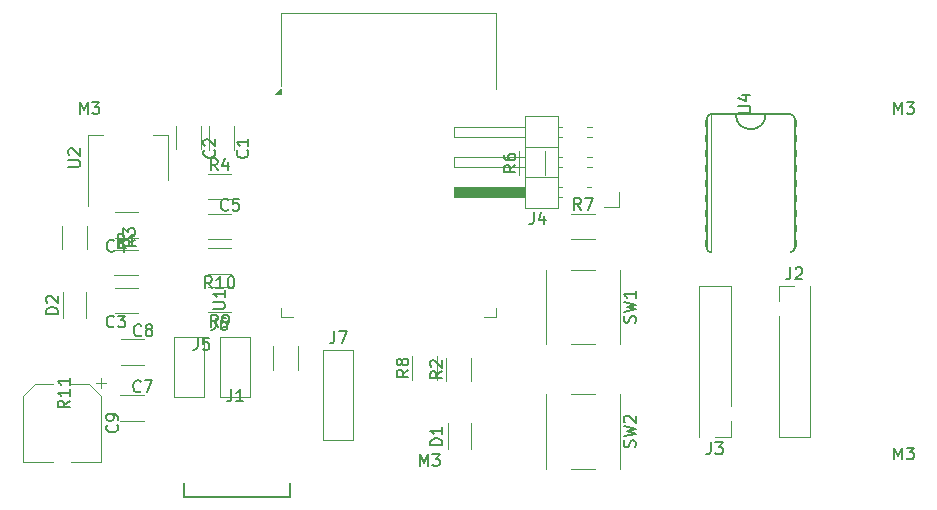
<source format=gbr>
%TF.GenerationSoftware,KiCad,Pcbnew,9.0.6*%
%TF.CreationDate,2026-01-13T16:21:38+05:30*%
%TF.ProjectId,Pen_Plotter,50656e5f-506c-46f7-9474-65722e6b6963,rev?*%
%TF.SameCoordinates,Original*%
%TF.FileFunction,Legend,Top*%
%TF.FilePolarity,Positive*%
%FSLAX46Y46*%
G04 Gerber Fmt 4.6, Leading zero omitted, Abs format (unit mm)*
G04 Created by KiCad (PCBNEW 9.0.6) date 2026-01-13 16:21:38*
%MOMM*%
%LPD*%
G01*
G04 APERTURE LIST*
%ADD10C,0.150000*%
%ADD11C,0.120000*%
%ADD12C,0.152400*%
%ADD13C,0.050800*%
%ADD14C,0.010000*%
%ADD15C,0.200000*%
G04 APERTURE END LIST*
D10*
X129926779Y-95164819D02*
X129926779Y-94164819D01*
X129926779Y-94164819D02*
X130260112Y-94879104D01*
X130260112Y-94879104D02*
X130593445Y-94164819D01*
X130593445Y-94164819D02*
X130593445Y-95164819D01*
X130974398Y-94164819D02*
X131593445Y-94164819D01*
X131593445Y-94164819D02*
X131260112Y-94545771D01*
X131260112Y-94545771D02*
X131402969Y-94545771D01*
X131402969Y-94545771D02*
X131498207Y-94593390D01*
X131498207Y-94593390D02*
X131545826Y-94641009D01*
X131545826Y-94641009D02*
X131593445Y-94736247D01*
X131593445Y-94736247D02*
X131593445Y-94974342D01*
X131593445Y-94974342D02*
X131545826Y-95069580D01*
X131545826Y-95069580D02*
X131498207Y-95117200D01*
X131498207Y-95117200D02*
X131402969Y-95164819D01*
X131402969Y-95164819D02*
X131117255Y-95164819D01*
X131117255Y-95164819D02*
X131022017Y-95117200D01*
X131022017Y-95117200D02*
X130974398Y-95069580D01*
X60956779Y-95164819D02*
X60956779Y-94164819D01*
X60956779Y-94164819D02*
X61290112Y-94879104D01*
X61290112Y-94879104D02*
X61623445Y-94164819D01*
X61623445Y-94164819D02*
X61623445Y-95164819D01*
X62004398Y-94164819D02*
X62623445Y-94164819D01*
X62623445Y-94164819D02*
X62290112Y-94545771D01*
X62290112Y-94545771D02*
X62432969Y-94545771D01*
X62432969Y-94545771D02*
X62528207Y-94593390D01*
X62528207Y-94593390D02*
X62575826Y-94641009D01*
X62575826Y-94641009D02*
X62623445Y-94736247D01*
X62623445Y-94736247D02*
X62623445Y-94974342D01*
X62623445Y-94974342D02*
X62575826Y-95069580D01*
X62575826Y-95069580D02*
X62528207Y-95117200D01*
X62528207Y-95117200D02*
X62432969Y-95164819D01*
X62432969Y-95164819D02*
X62147255Y-95164819D01*
X62147255Y-95164819D02*
X62052017Y-95117200D01*
X62052017Y-95117200D02*
X62004398Y-95069580D01*
X89766779Y-124974819D02*
X89766779Y-123974819D01*
X89766779Y-123974819D02*
X90100112Y-124689104D01*
X90100112Y-124689104D02*
X90433445Y-123974819D01*
X90433445Y-123974819D02*
X90433445Y-124974819D01*
X90814398Y-123974819D02*
X91433445Y-123974819D01*
X91433445Y-123974819D02*
X91100112Y-124355771D01*
X91100112Y-124355771D02*
X91242969Y-124355771D01*
X91242969Y-124355771D02*
X91338207Y-124403390D01*
X91338207Y-124403390D02*
X91385826Y-124451009D01*
X91385826Y-124451009D02*
X91433445Y-124546247D01*
X91433445Y-124546247D02*
X91433445Y-124784342D01*
X91433445Y-124784342D02*
X91385826Y-124879580D01*
X91385826Y-124879580D02*
X91338207Y-124927200D01*
X91338207Y-124927200D02*
X91242969Y-124974819D01*
X91242969Y-124974819D02*
X90957255Y-124974819D01*
X90957255Y-124974819D02*
X90862017Y-124927200D01*
X90862017Y-124927200D02*
X90814398Y-124879580D01*
X129926779Y-124424819D02*
X129926779Y-123424819D01*
X129926779Y-123424819D02*
X130260112Y-124139104D01*
X130260112Y-124139104D02*
X130593445Y-123424819D01*
X130593445Y-123424819D02*
X130593445Y-124424819D01*
X130974398Y-123424819D02*
X131593445Y-123424819D01*
X131593445Y-123424819D02*
X131260112Y-123805771D01*
X131260112Y-123805771D02*
X131402969Y-123805771D01*
X131402969Y-123805771D02*
X131498207Y-123853390D01*
X131498207Y-123853390D02*
X131545826Y-123901009D01*
X131545826Y-123901009D02*
X131593445Y-123996247D01*
X131593445Y-123996247D02*
X131593445Y-124234342D01*
X131593445Y-124234342D02*
X131545826Y-124329580D01*
X131545826Y-124329580D02*
X131498207Y-124377200D01*
X131498207Y-124377200D02*
X131402969Y-124424819D01*
X131402969Y-124424819D02*
X131117255Y-124424819D01*
X131117255Y-124424819D02*
X131022017Y-124377200D01*
X131022017Y-124377200D02*
X130974398Y-124329580D01*
X59994819Y-99661904D02*
X60804342Y-99661904D01*
X60804342Y-99661904D02*
X60899580Y-99614285D01*
X60899580Y-99614285D02*
X60947200Y-99566666D01*
X60947200Y-99566666D02*
X60994819Y-99471428D01*
X60994819Y-99471428D02*
X60994819Y-99280952D01*
X60994819Y-99280952D02*
X60947200Y-99185714D01*
X60947200Y-99185714D02*
X60899580Y-99138095D01*
X60899580Y-99138095D02*
X60804342Y-99090476D01*
X60804342Y-99090476D02*
X59994819Y-99090476D01*
X60090057Y-98661904D02*
X60042438Y-98614285D01*
X60042438Y-98614285D02*
X59994819Y-98519047D01*
X59994819Y-98519047D02*
X59994819Y-98280952D01*
X59994819Y-98280952D02*
X60042438Y-98185714D01*
X60042438Y-98185714D02*
X60090057Y-98138095D01*
X60090057Y-98138095D02*
X60185295Y-98090476D01*
X60185295Y-98090476D02*
X60280533Y-98090476D01*
X60280533Y-98090476D02*
X60423390Y-98138095D01*
X60423390Y-98138095D02*
X60994819Y-98709523D01*
X60994819Y-98709523D02*
X60994819Y-98090476D01*
X99381666Y-103514819D02*
X99381666Y-104229104D01*
X99381666Y-104229104D02*
X99334047Y-104371961D01*
X99334047Y-104371961D02*
X99238809Y-104467200D01*
X99238809Y-104467200D02*
X99095952Y-104514819D01*
X99095952Y-104514819D02*
X99000714Y-104514819D01*
X100286428Y-103848152D02*
X100286428Y-104514819D01*
X100048333Y-103467200D02*
X99810238Y-104181485D01*
X99810238Y-104181485D02*
X100429285Y-104181485D01*
X91624819Y-116976666D02*
X91148628Y-117309999D01*
X91624819Y-117548094D02*
X90624819Y-117548094D01*
X90624819Y-117548094D02*
X90624819Y-117167142D01*
X90624819Y-117167142D02*
X90672438Y-117071904D01*
X90672438Y-117071904D02*
X90720057Y-117024285D01*
X90720057Y-117024285D02*
X90815295Y-116976666D01*
X90815295Y-116976666D02*
X90958152Y-116976666D01*
X90958152Y-116976666D02*
X91053390Y-117024285D01*
X91053390Y-117024285D02*
X91101009Y-117071904D01*
X91101009Y-117071904D02*
X91148628Y-117167142D01*
X91148628Y-117167142D02*
X91148628Y-117548094D01*
X90720057Y-116595713D02*
X90672438Y-116548094D01*
X90672438Y-116548094D02*
X90624819Y-116452856D01*
X90624819Y-116452856D02*
X90624819Y-116214761D01*
X90624819Y-116214761D02*
X90672438Y-116119523D01*
X90672438Y-116119523D02*
X90720057Y-116071904D01*
X90720057Y-116071904D02*
X90815295Y-116024285D01*
X90815295Y-116024285D02*
X90910533Y-116024285D01*
X90910533Y-116024285D02*
X91053390Y-116071904D01*
X91053390Y-116071904D02*
X91624819Y-116643332D01*
X91624819Y-116643332D02*
X91624819Y-116024285D01*
X72157142Y-109924819D02*
X71823809Y-109448628D01*
X71585714Y-109924819D02*
X71585714Y-108924819D01*
X71585714Y-108924819D02*
X71966666Y-108924819D01*
X71966666Y-108924819D02*
X72061904Y-108972438D01*
X72061904Y-108972438D02*
X72109523Y-109020057D01*
X72109523Y-109020057D02*
X72157142Y-109115295D01*
X72157142Y-109115295D02*
X72157142Y-109258152D01*
X72157142Y-109258152D02*
X72109523Y-109353390D01*
X72109523Y-109353390D02*
X72061904Y-109401009D01*
X72061904Y-109401009D02*
X71966666Y-109448628D01*
X71966666Y-109448628D02*
X71585714Y-109448628D01*
X73109523Y-109924819D02*
X72538095Y-109924819D01*
X72823809Y-109924819D02*
X72823809Y-108924819D01*
X72823809Y-108924819D02*
X72728571Y-109067676D01*
X72728571Y-109067676D02*
X72633333Y-109162914D01*
X72633333Y-109162914D02*
X72538095Y-109210533D01*
X73728571Y-108924819D02*
X73823809Y-108924819D01*
X73823809Y-108924819D02*
X73919047Y-108972438D01*
X73919047Y-108972438D02*
X73966666Y-109020057D01*
X73966666Y-109020057D02*
X74014285Y-109115295D01*
X74014285Y-109115295D02*
X74061904Y-109305771D01*
X74061904Y-109305771D02*
X74061904Y-109543866D01*
X74061904Y-109543866D02*
X74014285Y-109734342D01*
X74014285Y-109734342D02*
X73966666Y-109829580D01*
X73966666Y-109829580D02*
X73919047Y-109877200D01*
X73919047Y-109877200D02*
X73823809Y-109924819D01*
X73823809Y-109924819D02*
X73728571Y-109924819D01*
X73728571Y-109924819D02*
X73633333Y-109877200D01*
X73633333Y-109877200D02*
X73585714Y-109829580D01*
X73585714Y-109829580D02*
X73538095Y-109734342D01*
X73538095Y-109734342D02*
X73490476Y-109543866D01*
X73490476Y-109543866D02*
X73490476Y-109305771D01*
X73490476Y-109305771D02*
X73538095Y-109115295D01*
X73538095Y-109115295D02*
X73585714Y-109020057D01*
X73585714Y-109020057D02*
X73633333Y-108972438D01*
X73633333Y-108972438D02*
X73728571Y-108924819D01*
X114396666Y-122984819D02*
X114396666Y-123699104D01*
X114396666Y-123699104D02*
X114349047Y-123841961D01*
X114349047Y-123841961D02*
X114253809Y-123937200D01*
X114253809Y-123937200D02*
X114110952Y-123984819D01*
X114110952Y-123984819D02*
X114015714Y-123984819D01*
X114777619Y-122984819D02*
X115396666Y-122984819D01*
X115396666Y-122984819D02*
X115063333Y-123365771D01*
X115063333Y-123365771D02*
X115206190Y-123365771D01*
X115206190Y-123365771D02*
X115301428Y-123413390D01*
X115301428Y-123413390D02*
X115349047Y-123461009D01*
X115349047Y-123461009D02*
X115396666Y-123556247D01*
X115396666Y-123556247D02*
X115396666Y-123794342D01*
X115396666Y-123794342D02*
X115349047Y-123889580D01*
X115349047Y-123889580D02*
X115301428Y-123937200D01*
X115301428Y-123937200D02*
X115206190Y-123984819D01*
X115206190Y-123984819D02*
X114920476Y-123984819D01*
X114920476Y-123984819D02*
X114825238Y-123937200D01*
X114825238Y-123937200D02*
X114777619Y-123889580D01*
X116715970Y-95065989D02*
X117526163Y-95065989D01*
X117526163Y-95065989D02*
X117621480Y-95018331D01*
X117621480Y-95018331D02*
X117669139Y-94970673D01*
X117669139Y-94970673D02*
X117716797Y-94875356D01*
X117716797Y-94875356D02*
X117716797Y-94684722D01*
X117716797Y-94684722D02*
X117669139Y-94589405D01*
X117669139Y-94589405D02*
X117621480Y-94541747D01*
X117621480Y-94541747D02*
X117526163Y-94494088D01*
X117526163Y-94494088D02*
X116715970Y-94494088D01*
X117049579Y-93588579D02*
X117716797Y-93588579D01*
X116668312Y-93826871D02*
X117383188Y-94065163D01*
X117383188Y-94065163D02*
X117383188Y-93445603D01*
X66113333Y-118639580D02*
X66065714Y-118687200D01*
X66065714Y-118687200D02*
X65922857Y-118734819D01*
X65922857Y-118734819D02*
X65827619Y-118734819D01*
X65827619Y-118734819D02*
X65684762Y-118687200D01*
X65684762Y-118687200D02*
X65589524Y-118591961D01*
X65589524Y-118591961D02*
X65541905Y-118496723D01*
X65541905Y-118496723D02*
X65494286Y-118306247D01*
X65494286Y-118306247D02*
X65494286Y-118163390D01*
X65494286Y-118163390D02*
X65541905Y-117972914D01*
X65541905Y-117972914D02*
X65589524Y-117877676D01*
X65589524Y-117877676D02*
X65684762Y-117782438D01*
X65684762Y-117782438D02*
X65827619Y-117734819D01*
X65827619Y-117734819D02*
X65922857Y-117734819D01*
X65922857Y-117734819D02*
X66065714Y-117782438D01*
X66065714Y-117782438D02*
X66113333Y-117830057D01*
X66446667Y-117734819D02*
X67113333Y-117734819D01*
X67113333Y-117734819D02*
X66684762Y-118734819D01*
X59114819Y-112098094D02*
X58114819Y-112098094D01*
X58114819Y-112098094D02*
X58114819Y-111859999D01*
X58114819Y-111859999D02*
X58162438Y-111717142D01*
X58162438Y-111717142D02*
X58257676Y-111621904D01*
X58257676Y-111621904D02*
X58352914Y-111574285D01*
X58352914Y-111574285D02*
X58543390Y-111526666D01*
X58543390Y-111526666D02*
X58686247Y-111526666D01*
X58686247Y-111526666D02*
X58876723Y-111574285D01*
X58876723Y-111574285D02*
X58971961Y-111621904D01*
X58971961Y-111621904D02*
X59067200Y-111717142D01*
X59067200Y-111717142D02*
X59114819Y-111859999D01*
X59114819Y-111859999D02*
X59114819Y-112098094D01*
X58210057Y-111145713D02*
X58162438Y-111098094D01*
X58162438Y-111098094D02*
X58114819Y-111002856D01*
X58114819Y-111002856D02*
X58114819Y-110764761D01*
X58114819Y-110764761D02*
X58162438Y-110669523D01*
X58162438Y-110669523D02*
X58210057Y-110621904D01*
X58210057Y-110621904D02*
X58305295Y-110574285D01*
X58305295Y-110574285D02*
X58400533Y-110574285D01*
X58400533Y-110574285D02*
X58543390Y-110621904D01*
X58543390Y-110621904D02*
X59114819Y-111193332D01*
X59114819Y-111193332D02*
X59114819Y-110574285D01*
X82506666Y-113574819D02*
X82506666Y-114289104D01*
X82506666Y-114289104D02*
X82459047Y-114431961D01*
X82459047Y-114431961D02*
X82363809Y-114527200D01*
X82363809Y-114527200D02*
X82220952Y-114574819D01*
X82220952Y-114574819D02*
X82125714Y-114574819D01*
X82887619Y-113574819D02*
X83554285Y-113574819D01*
X83554285Y-113574819D02*
X83125714Y-114574819D01*
X63853333Y-106739580D02*
X63805714Y-106787200D01*
X63805714Y-106787200D02*
X63662857Y-106834819D01*
X63662857Y-106834819D02*
X63567619Y-106834819D01*
X63567619Y-106834819D02*
X63424762Y-106787200D01*
X63424762Y-106787200D02*
X63329524Y-106691961D01*
X63329524Y-106691961D02*
X63281905Y-106596723D01*
X63281905Y-106596723D02*
X63234286Y-106406247D01*
X63234286Y-106406247D02*
X63234286Y-106263390D01*
X63234286Y-106263390D02*
X63281905Y-106072914D01*
X63281905Y-106072914D02*
X63329524Y-105977676D01*
X63329524Y-105977676D02*
X63424762Y-105882438D01*
X63424762Y-105882438D02*
X63567619Y-105834819D01*
X63567619Y-105834819D02*
X63662857Y-105834819D01*
X63662857Y-105834819D02*
X63805714Y-105882438D01*
X63805714Y-105882438D02*
X63853333Y-105930057D01*
X64710476Y-106168152D02*
X64710476Y-106834819D01*
X64472381Y-105787200D02*
X64234286Y-106501485D01*
X64234286Y-106501485D02*
X64853333Y-106501485D01*
X72633333Y-113184819D02*
X72300000Y-112708628D01*
X72061905Y-113184819D02*
X72061905Y-112184819D01*
X72061905Y-112184819D02*
X72442857Y-112184819D01*
X72442857Y-112184819D02*
X72538095Y-112232438D01*
X72538095Y-112232438D02*
X72585714Y-112280057D01*
X72585714Y-112280057D02*
X72633333Y-112375295D01*
X72633333Y-112375295D02*
X72633333Y-112518152D01*
X72633333Y-112518152D02*
X72585714Y-112613390D01*
X72585714Y-112613390D02*
X72538095Y-112661009D01*
X72538095Y-112661009D02*
X72442857Y-112708628D01*
X72442857Y-112708628D02*
X72061905Y-112708628D01*
X73109524Y-113184819D02*
X73300000Y-113184819D01*
X73300000Y-113184819D02*
X73395238Y-113137200D01*
X73395238Y-113137200D02*
X73442857Y-113089580D01*
X73442857Y-113089580D02*
X73538095Y-112946723D01*
X73538095Y-112946723D02*
X73585714Y-112756247D01*
X73585714Y-112756247D02*
X73585714Y-112375295D01*
X73585714Y-112375295D02*
X73538095Y-112280057D01*
X73538095Y-112280057D02*
X73490476Y-112232438D01*
X73490476Y-112232438D02*
X73395238Y-112184819D01*
X73395238Y-112184819D02*
X73204762Y-112184819D01*
X73204762Y-112184819D02*
X73109524Y-112232438D01*
X73109524Y-112232438D02*
X73061905Y-112280057D01*
X73061905Y-112280057D02*
X73014286Y-112375295D01*
X73014286Y-112375295D02*
X73014286Y-112613390D01*
X73014286Y-112613390D02*
X73061905Y-112708628D01*
X73061905Y-112708628D02*
X73109524Y-112756247D01*
X73109524Y-112756247D02*
X73204762Y-112803866D01*
X73204762Y-112803866D02*
X73395238Y-112803866D01*
X73395238Y-112803866D02*
X73490476Y-112756247D01*
X73490476Y-112756247D02*
X73538095Y-112708628D01*
X73538095Y-112708628D02*
X73585714Y-112613390D01*
X64119580Y-121526666D02*
X64167200Y-121574285D01*
X64167200Y-121574285D02*
X64214819Y-121717142D01*
X64214819Y-121717142D02*
X64214819Y-121812380D01*
X64214819Y-121812380D02*
X64167200Y-121955237D01*
X64167200Y-121955237D02*
X64071961Y-122050475D01*
X64071961Y-122050475D02*
X63976723Y-122098094D01*
X63976723Y-122098094D02*
X63786247Y-122145713D01*
X63786247Y-122145713D02*
X63643390Y-122145713D01*
X63643390Y-122145713D02*
X63452914Y-122098094D01*
X63452914Y-122098094D02*
X63357676Y-122050475D01*
X63357676Y-122050475D02*
X63262438Y-121955237D01*
X63262438Y-121955237D02*
X63214819Y-121812380D01*
X63214819Y-121812380D02*
X63214819Y-121717142D01*
X63214819Y-121717142D02*
X63262438Y-121574285D01*
X63262438Y-121574285D02*
X63310057Y-121526666D01*
X64214819Y-121050475D02*
X64214819Y-120859999D01*
X64214819Y-120859999D02*
X64167200Y-120764761D01*
X64167200Y-120764761D02*
X64119580Y-120717142D01*
X64119580Y-120717142D02*
X63976723Y-120621904D01*
X63976723Y-120621904D02*
X63786247Y-120574285D01*
X63786247Y-120574285D02*
X63405295Y-120574285D01*
X63405295Y-120574285D02*
X63310057Y-120621904D01*
X63310057Y-120621904D02*
X63262438Y-120669523D01*
X63262438Y-120669523D02*
X63214819Y-120764761D01*
X63214819Y-120764761D02*
X63214819Y-120955237D01*
X63214819Y-120955237D02*
X63262438Y-121050475D01*
X63262438Y-121050475D02*
X63310057Y-121098094D01*
X63310057Y-121098094D02*
X63405295Y-121145713D01*
X63405295Y-121145713D02*
X63643390Y-121145713D01*
X63643390Y-121145713D02*
X63738628Y-121098094D01*
X63738628Y-121098094D02*
X63786247Y-121050475D01*
X63786247Y-121050475D02*
X63833866Y-120955237D01*
X63833866Y-120955237D02*
X63833866Y-120764761D01*
X63833866Y-120764761D02*
X63786247Y-120669523D01*
X63786247Y-120669523D02*
X63738628Y-120621904D01*
X63738628Y-120621904D02*
X63643390Y-120574285D01*
X70946666Y-114144819D02*
X70946666Y-114859104D01*
X70946666Y-114859104D02*
X70899047Y-115001961D01*
X70899047Y-115001961D02*
X70803809Y-115097200D01*
X70803809Y-115097200D02*
X70660952Y-115144819D01*
X70660952Y-115144819D02*
X70565714Y-115144819D01*
X71899047Y-114144819D02*
X71422857Y-114144819D01*
X71422857Y-114144819D02*
X71375238Y-114621009D01*
X71375238Y-114621009D02*
X71422857Y-114573390D01*
X71422857Y-114573390D02*
X71518095Y-114525771D01*
X71518095Y-114525771D02*
X71756190Y-114525771D01*
X71756190Y-114525771D02*
X71851428Y-114573390D01*
X71851428Y-114573390D02*
X71899047Y-114621009D01*
X71899047Y-114621009D02*
X71946666Y-114716247D01*
X71946666Y-114716247D02*
X71946666Y-114954342D01*
X71946666Y-114954342D02*
X71899047Y-115049580D01*
X71899047Y-115049580D02*
X71851428Y-115097200D01*
X71851428Y-115097200D02*
X71756190Y-115144819D01*
X71756190Y-115144819D02*
X71518095Y-115144819D01*
X71518095Y-115144819D02*
X71422857Y-115097200D01*
X71422857Y-115097200D02*
X71375238Y-115049580D01*
X72633333Y-99944819D02*
X72300000Y-99468628D01*
X72061905Y-99944819D02*
X72061905Y-98944819D01*
X72061905Y-98944819D02*
X72442857Y-98944819D01*
X72442857Y-98944819D02*
X72538095Y-98992438D01*
X72538095Y-98992438D02*
X72585714Y-99040057D01*
X72585714Y-99040057D02*
X72633333Y-99135295D01*
X72633333Y-99135295D02*
X72633333Y-99278152D01*
X72633333Y-99278152D02*
X72585714Y-99373390D01*
X72585714Y-99373390D02*
X72538095Y-99421009D01*
X72538095Y-99421009D02*
X72442857Y-99468628D01*
X72442857Y-99468628D02*
X72061905Y-99468628D01*
X73490476Y-99278152D02*
X73490476Y-99944819D01*
X73252381Y-98897200D02*
X73014286Y-99611485D01*
X73014286Y-99611485D02*
X73633333Y-99611485D01*
X91654819Y-123215594D02*
X90654819Y-123215594D01*
X90654819Y-123215594D02*
X90654819Y-122977499D01*
X90654819Y-122977499D02*
X90702438Y-122834642D01*
X90702438Y-122834642D02*
X90797676Y-122739404D01*
X90797676Y-122739404D02*
X90892914Y-122691785D01*
X90892914Y-122691785D02*
X91083390Y-122644166D01*
X91083390Y-122644166D02*
X91226247Y-122644166D01*
X91226247Y-122644166D02*
X91416723Y-122691785D01*
X91416723Y-122691785D02*
X91511961Y-122739404D01*
X91511961Y-122739404D02*
X91607200Y-122834642D01*
X91607200Y-122834642D02*
X91654819Y-122977499D01*
X91654819Y-122977499D02*
X91654819Y-123215594D01*
X91654819Y-121691785D02*
X91654819Y-122263213D01*
X91654819Y-121977499D02*
X90654819Y-121977499D01*
X90654819Y-121977499D02*
X90797676Y-122072737D01*
X90797676Y-122072737D02*
X90892914Y-122167975D01*
X90892914Y-122167975D02*
X90940533Y-122263213D01*
X63863333Y-113159580D02*
X63815714Y-113207200D01*
X63815714Y-113207200D02*
X63672857Y-113254819D01*
X63672857Y-113254819D02*
X63577619Y-113254819D01*
X63577619Y-113254819D02*
X63434762Y-113207200D01*
X63434762Y-113207200D02*
X63339524Y-113111961D01*
X63339524Y-113111961D02*
X63291905Y-113016723D01*
X63291905Y-113016723D02*
X63244286Y-112826247D01*
X63244286Y-112826247D02*
X63244286Y-112683390D01*
X63244286Y-112683390D02*
X63291905Y-112492914D01*
X63291905Y-112492914D02*
X63339524Y-112397676D01*
X63339524Y-112397676D02*
X63434762Y-112302438D01*
X63434762Y-112302438D02*
X63577619Y-112254819D01*
X63577619Y-112254819D02*
X63672857Y-112254819D01*
X63672857Y-112254819D02*
X63815714Y-112302438D01*
X63815714Y-112302438D02*
X63863333Y-112350057D01*
X64196667Y-112254819D02*
X64815714Y-112254819D01*
X64815714Y-112254819D02*
X64482381Y-112635771D01*
X64482381Y-112635771D02*
X64625238Y-112635771D01*
X64625238Y-112635771D02*
X64720476Y-112683390D01*
X64720476Y-112683390D02*
X64768095Y-112731009D01*
X64768095Y-112731009D02*
X64815714Y-112826247D01*
X64815714Y-112826247D02*
X64815714Y-113064342D01*
X64815714Y-113064342D02*
X64768095Y-113159580D01*
X64768095Y-113159580D02*
X64720476Y-113207200D01*
X64720476Y-113207200D02*
X64625238Y-113254819D01*
X64625238Y-113254819D02*
X64339524Y-113254819D01*
X64339524Y-113254819D02*
X64244286Y-113207200D01*
X64244286Y-113207200D02*
X64196667Y-113159580D01*
X73801666Y-118499819D02*
X73801666Y-119214104D01*
X73801666Y-119214104D02*
X73754047Y-119356961D01*
X73754047Y-119356961D02*
X73658809Y-119452200D01*
X73658809Y-119452200D02*
X73515952Y-119499819D01*
X73515952Y-119499819D02*
X73420714Y-119499819D01*
X74801666Y-119499819D02*
X74230238Y-119499819D01*
X74515952Y-119499819D02*
X74515952Y-118499819D01*
X74515952Y-118499819D02*
X74420714Y-118642676D01*
X74420714Y-118642676D02*
X74325476Y-118737914D01*
X74325476Y-118737914D02*
X74230238Y-118785533D01*
X103393333Y-103284819D02*
X103060000Y-102808628D01*
X102821905Y-103284819D02*
X102821905Y-102284819D01*
X102821905Y-102284819D02*
X103202857Y-102284819D01*
X103202857Y-102284819D02*
X103298095Y-102332438D01*
X103298095Y-102332438D02*
X103345714Y-102380057D01*
X103345714Y-102380057D02*
X103393333Y-102475295D01*
X103393333Y-102475295D02*
X103393333Y-102618152D01*
X103393333Y-102618152D02*
X103345714Y-102713390D01*
X103345714Y-102713390D02*
X103298095Y-102761009D01*
X103298095Y-102761009D02*
X103202857Y-102808628D01*
X103202857Y-102808628D02*
X102821905Y-102808628D01*
X103726667Y-102284819D02*
X104393333Y-102284819D01*
X104393333Y-102284819D02*
X103964762Y-103284819D01*
X88784819Y-116836666D02*
X88308628Y-117169999D01*
X88784819Y-117408094D02*
X87784819Y-117408094D01*
X87784819Y-117408094D02*
X87784819Y-117027142D01*
X87784819Y-117027142D02*
X87832438Y-116931904D01*
X87832438Y-116931904D02*
X87880057Y-116884285D01*
X87880057Y-116884285D02*
X87975295Y-116836666D01*
X87975295Y-116836666D02*
X88118152Y-116836666D01*
X88118152Y-116836666D02*
X88213390Y-116884285D01*
X88213390Y-116884285D02*
X88261009Y-116931904D01*
X88261009Y-116931904D02*
X88308628Y-117027142D01*
X88308628Y-117027142D02*
X88308628Y-117408094D01*
X88213390Y-116265237D02*
X88165771Y-116360475D01*
X88165771Y-116360475D02*
X88118152Y-116408094D01*
X88118152Y-116408094D02*
X88022914Y-116455713D01*
X88022914Y-116455713D02*
X87975295Y-116455713D01*
X87975295Y-116455713D02*
X87880057Y-116408094D01*
X87880057Y-116408094D02*
X87832438Y-116360475D01*
X87832438Y-116360475D02*
X87784819Y-116265237D01*
X87784819Y-116265237D02*
X87784819Y-116074761D01*
X87784819Y-116074761D02*
X87832438Y-115979523D01*
X87832438Y-115979523D02*
X87880057Y-115931904D01*
X87880057Y-115931904D02*
X87975295Y-115884285D01*
X87975295Y-115884285D02*
X88022914Y-115884285D01*
X88022914Y-115884285D02*
X88118152Y-115931904D01*
X88118152Y-115931904D02*
X88165771Y-115979523D01*
X88165771Y-115979523D02*
X88213390Y-116074761D01*
X88213390Y-116074761D02*
X88213390Y-116265237D01*
X88213390Y-116265237D02*
X88261009Y-116360475D01*
X88261009Y-116360475D02*
X88308628Y-116408094D01*
X88308628Y-116408094D02*
X88403866Y-116455713D01*
X88403866Y-116455713D02*
X88594342Y-116455713D01*
X88594342Y-116455713D02*
X88689580Y-116408094D01*
X88689580Y-116408094D02*
X88737200Y-116360475D01*
X88737200Y-116360475D02*
X88784819Y-116265237D01*
X88784819Y-116265237D02*
X88784819Y-116074761D01*
X88784819Y-116074761D02*
X88737200Y-115979523D01*
X88737200Y-115979523D02*
X88689580Y-115931904D01*
X88689580Y-115931904D02*
X88594342Y-115884285D01*
X88594342Y-115884285D02*
X88403866Y-115884285D01*
X88403866Y-115884285D02*
X88308628Y-115931904D01*
X88308628Y-115931904D02*
X88261009Y-115979523D01*
X88261009Y-115979523D02*
X88213390Y-116074761D01*
X72342460Y-98247003D02*
X72390080Y-98294622D01*
X72390080Y-98294622D02*
X72437699Y-98437479D01*
X72437699Y-98437479D02*
X72437699Y-98532717D01*
X72437699Y-98532717D02*
X72390080Y-98675574D01*
X72390080Y-98675574D02*
X72294841Y-98770812D01*
X72294841Y-98770812D02*
X72199603Y-98818431D01*
X72199603Y-98818431D02*
X72009127Y-98866050D01*
X72009127Y-98866050D02*
X71866270Y-98866050D01*
X71866270Y-98866050D02*
X71675794Y-98818431D01*
X71675794Y-98818431D02*
X71580556Y-98770812D01*
X71580556Y-98770812D02*
X71485318Y-98675574D01*
X71485318Y-98675574D02*
X71437699Y-98532717D01*
X71437699Y-98532717D02*
X71437699Y-98437479D01*
X71437699Y-98437479D02*
X71485318Y-98294622D01*
X71485318Y-98294622D02*
X71532937Y-98247003D01*
X71532937Y-97866050D02*
X71485318Y-97818431D01*
X71485318Y-97818431D02*
X71437699Y-97723193D01*
X71437699Y-97723193D02*
X71437699Y-97485098D01*
X71437699Y-97485098D02*
X71485318Y-97389860D01*
X71485318Y-97389860D02*
X71532937Y-97342241D01*
X71532937Y-97342241D02*
X71628175Y-97294622D01*
X71628175Y-97294622D02*
X71723413Y-97294622D01*
X71723413Y-97294622D02*
X71866270Y-97342241D01*
X71866270Y-97342241D02*
X72437699Y-97913669D01*
X72437699Y-97913669D02*
X72437699Y-97294622D01*
X107977200Y-123383332D02*
X108024819Y-123240475D01*
X108024819Y-123240475D02*
X108024819Y-123002380D01*
X108024819Y-123002380D02*
X107977200Y-122907142D01*
X107977200Y-122907142D02*
X107929580Y-122859523D01*
X107929580Y-122859523D02*
X107834342Y-122811904D01*
X107834342Y-122811904D02*
X107739104Y-122811904D01*
X107739104Y-122811904D02*
X107643866Y-122859523D01*
X107643866Y-122859523D02*
X107596247Y-122907142D01*
X107596247Y-122907142D02*
X107548628Y-123002380D01*
X107548628Y-123002380D02*
X107501009Y-123192856D01*
X107501009Y-123192856D02*
X107453390Y-123288094D01*
X107453390Y-123288094D02*
X107405771Y-123335713D01*
X107405771Y-123335713D02*
X107310533Y-123383332D01*
X107310533Y-123383332D02*
X107215295Y-123383332D01*
X107215295Y-123383332D02*
X107120057Y-123335713D01*
X107120057Y-123335713D02*
X107072438Y-123288094D01*
X107072438Y-123288094D02*
X107024819Y-123192856D01*
X107024819Y-123192856D02*
X107024819Y-122954761D01*
X107024819Y-122954761D02*
X107072438Y-122811904D01*
X107024819Y-122478570D02*
X108024819Y-122240475D01*
X108024819Y-122240475D02*
X107310533Y-122049999D01*
X107310533Y-122049999D02*
X108024819Y-121859523D01*
X108024819Y-121859523D02*
X107024819Y-121621428D01*
X107120057Y-121288094D02*
X107072438Y-121240475D01*
X107072438Y-121240475D02*
X107024819Y-121145237D01*
X107024819Y-121145237D02*
X107024819Y-120907142D01*
X107024819Y-120907142D02*
X107072438Y-120811904D01*
X107072438Y-120811904D02*
X107120057Y-120764285D01*
X107120057Y-120764285D02*
X107215295Y-120716666D01*
X107215295Y-120716666D02*
X107310533Y-120716666D01*
X107310533Y-120716666D02*
X107453390Y-120764285D01*
X107453390Y-120764285D02*
X108024819Y-121335713D01*
X108024819Y-121335713D02*
X108024819Y-120716666D01*
X73533333Y-103259580D02*
X73485714Y-103307200D01*
X73485714Y-103307200D02*
X73342857Y-103354819D01*
X73342857Y-103354819D02*
X73247619Y-103354819D01*
X73247619Y-103354819D02*
X73104762Y-103307200D01*
X73104762Y-103307200D02*
X73009524Y-103211961D01*
X73009524Y-103211961D02*
X72961905Y-103116723D01*
X72961905Y-103116723D02*
X72914286Y-102926247D01*
X72914286Y-102926247D02*
X72914286Y-102783390D01*
X72914286Y-102783390D02*
X72961905Y-102592914D01*
X72961905Y-102592914D02*
X73009524Y-102497676D01*
X73009524Y-102497676D02*
X73104762Y-102402438D01*
X73104762Y-102402438D02*
X73247619Y-102354819D01*
X73247619Y-102354819D02*
X73342857Y-102354819D01*
X73342857Y-102354819D02*
X73485714Y-102402438D01*
X73485714Y-102402438D02*
X73533333Y-102450057D01*
X74438095Y-102354819D02*
X73961905Y-102354819D01*
X73961905Y-102354819D02*
X73914286Y-102831009D01*
X73914286Y-102831009D02*
X73961905Y-102783390D01*
X73961905Y-102783390D02*
X74057143Y-102735771D01*
X74057143Y-102735771D02*
X74295238Y-102735771D01*
X74295238Y-102735771D02*
X74390476Y-102783390D01*
X74390476Y-102783390D02*
X74438095Y-102831009D01*
X74438095Y-102831009D02*
X74485714Y-102926247D01*
X74485714Y-102926247D02*
X74485714Y-103164342D01*
X74485714Y-103164342D02*
X74438095Y-103259580D01*
X74438095Y-103259580D02*
X74390476Y-103307200D01*
X74390476Y-103307200D02*
X74295238Y-103354819D01*
X74295238Y-103354819D02*
X74057143Y-103354819D01*
X74057143Y-103354819D02*
X73961905Y-103307200D01*
X73961905Y-103307200D02*
X73914286Y-103259580D01*
X72254819Y-111691904D02*
X73064342Y-111691904D01*
X73064342Y-111691904D02*
X73159580Y-111644285D01*
X73159580Y-111644285D02*
X73207200Y-111596666D01*
X73207200Y-111596666D02*
X73254819Y-111501428D01*
X73254819Y-111501428D02*
X73254819Y-111310952D01*
X73254819Y-111310952D02*
X73207200Y-111215714D01*
X73207200Y-111215714D02*
X73159580Y-111168095D01*
X73159580Y-111168095D02*
X73064342Y-111120476D01*
X73064342Y-111120476D02*
X72254819Y-111120476D01*
X73254819Y-110120476D02*
X73254819Y-110691904D01*
X73254819Y-110406190D02*
X72254819Y-110406190D01*
X72254819Y-110406190D02*
X72397676Y-110501428D01*
X72397676Y-110501428D02*
X72492914Y-110596666D01*
X72492914Y-110596666D02*
X72540533Y-110691904D01*
X72466666Y-112444819D02*
X72466666Y-113159104D01*
X72466666Y-113159104D02*
X72419047Y-113301961D01*
X72419047Y-113301961D02*
X72323809Y-113397200D01*
X72323809Y-113397200D02*
X72180952Y-113444819D01*
X72180952Y-113444819D02*
X72085714Y-113444819D01*
X73371428Y-112444819D02*
X73180952Y-112444819D01*
X73180952Y-112444819D02*
X73085714Y-112492438D01*
X73085714Y-112492438D02*
X73038095Y-112540057D01*
X73038095Y-112540057D02*
X72942857Y-112682914D01*
X72942857Y-112682914D02*
X72895238Y-112873390D01*
X72895238Y-112873390D02*
X72895238Y-113254342D01*
X72895238Y-113254342D02*
X72942857Y-113349580D01*
X72942857Y-113349580D02*
X72990476Y-113397200D01*
X72990476Y-113397200D02*
X73085714Y-113444819D01*
X73085714Y-113444819D02*
X73276190Y-113444819D01*
X73276190Y-113444819D02*
X73371428Y-113397200D01*
X73371428Y-113397200D02*
X73419047Y-113349580D01*
X73419047Y-113349580D02*
X73466666Y-113254342D01*
X73466666Y-113254342D02*
X73466666Y-113016247D01*
X73466666Y-113016247D02*
X73419047Y-112921009D01*
X73419047Y-112921009D02*
X73371428Y-112873390D01*
X73371428Y-112873390D02*
X73276190Y-112825771D01*
X73276190Y-112825771D02*
X73085714Y-112825771D01*
X73085714Y-112825771D02*
X72990476Y-112873390D01*
X72990476Y-112873390D02*
X72942857Y-112921009D01*
X72942857Y-112921009D02*
X72895238Y-113016247D01*
X75152460Y-98257003D02*
X75200080Y-98304622D01*
X75200080Y-98304622D02*
X75247699Y-98447479D01*
X75247699Y-98447479D02*
X75247699Y-98542717D01*
X75247699Y-98542717D02*
X75200080Y-98685574D01*
X75200080Y-98685574D02*
X75104841Y-98780812D01*
X75104841Y-98780812D02*
X75009603Y-98828431D01*
X75009603Y-98828431D02*
X74819127Y-98876050D01*
X74819127Y-98876050D02*
X74676270Y-98876050D01*
X74676270Y-98876050D02*
X74485794Y-98828431D01*
X74485794Y-98828431D02*
X74390556Y-98780812D01*
X74390556Y-98780812D02*
X74295318Y-98685574D01*
X74295318Y-98685574D02*
X74247699Y-98542717D01*
X74247699Y-98542717D02*
X74247699Y-98447479D01*
X74247699Y-98447479D02*
X74295318Y-98304622D01*
X74295318Y-98304622D02*
X74342937Y-98257003D01*
X75247699Y-97304622D02*
X75247699Y-97876050D01*
X75247699Y-97590336D02*
X74247699Y-97590336D01*
X74247699Y-97590336D02*
X74390556Y-97685574D01*
X74390556Y-97685574D02*
X74485794Y-97780812D01*
X74485794Y-97780812D02*
X74533413Y-97876050D01*
X121136666Y-108174819D02*
X121136666Y-108889104D01*
X121136666Y-108889104D02*
X121089047Y-109031961D01*
X121089047Y-109031961D02*
X120993809Y-109127200D01*
X120993809Y-109127200D02*
X120850952Y-109174819D01*
X120850952Y-109174819D02*
X120755714Y-109174819D01*
X121565238Y-108270057D02*
X121612857Y-108222438D01*
X121612857Y-108222438D02*
X121708095Y-108174819D01*
X121708095Y-108174819D02*
X121946190Y-108174819D01*
X121946190Y-108174819D02*
X122041428Y-108222438D01*
X122041428Y-108222438D02*
X122089047Y-108270057D01*
X122089047Y-108270057D02*
X122136666Y-108365295D01*
X122136666Y-108365295D02*
X122136666Y-108460533D01*
X122136666Y-108460533D02*
X122089047Y-108603390D01*
X122089047Y-108603390D02*
X121517619Y-109174819D01*
X121517619Y-109174819D02*
X122136666Y-109174819D01*
X65644819Y-105806666D02*
X65168628Y-106139999D01*
X65644819Y-106378094D02*
X64644819Y-106378094D01*
X64644819Y-106378094D02*
X64644819Y-105997142D01*
X64644819Y-105997142D02*
X64692438Y-105901904D01*
X64692438Y-105901904D02*
X64740057Y-105854285D01*
X64740057Y-105854285D02*
X64835295Y-105806666D01*
X64835295Y-105806666D02*
X64978152Y-105806666D01*
X64978152Y-105806666D02*
X65073390Y-105854285D01*
X65073390Y-105854285D02*
X65121009Y-105901904D01*
X65121009Y-105901904D02*
X65168628Y-105997142D01*
X65168628Y-105997142D02*
X65168628Y-106378094D01*
X64644819Y-105473332D02*
X64644819Y-104854285D01*
X64644819Y-104854285D02*
X65025771Y-105187618D01*
X65025771Y-105187618D02*
X65025771Y-105044761D01*
X65025771Y-105044761D02*
X65073390Y-104949523D01*
X65073390Y-104949523D02*
X65121009Y-104901904D01*
X65121009Y-104901904D02*
X65216247Y-104854285D01*
X65216247Y-104854285D02*
X65454342Y-104854285D01*
X65454342Y-104854285D02*
X65549580Y-104901904D01*
X65549580Y-104901904D02*
X65597200Y-104949523D01*
X65597200Y-104949523D02*
X65644819Y-105044761D01*
X65644819Y-105044761D02*
X65644819Y-105330475D01*
X65644819Y-105330475D02*
X65597200Y-105425713D01*
X65597200Y-105425713D02*
X65549580Y-105473332D01*
X64733333Y-106344819D02*
X64400000Y-105868628D01*
X64161905Y-106344819D02*
X64161905Y-105344819D01*
X64161905Y-105344819D02*
X64542857Y-105344819D01*
X64542857Y-105344819D02*
X64638095Y-105392438D01*
X64638095Y-105392438D02*
X64685714Y-105440057D01*
X64685714Y-105440057D02*
X64733333Y-105535295D01*
X64733333Y-105535295D02*
X64733333Y-105678152D01*
X64733333Y-105678152D02*
X64685714Y-105773390D01*
X64685714Y-105773390D02*
X64638095Y-105821009D01*
X64638095Y-105821009D02*
X64542857Y-105868628D01*
X64542857Y-105868628D02*
X64161905Y-105868628D01*
X65685714Y-106344819D02*
X65114286Y-106344819D01*
X65400000Y-106344819D02*
X65400000Y-105344819D01*
X65400000Y-105344819D02*
X65304762Y-105487676D01*
X65304762Y-105487676D02*
X65209524Y-105582914D01*
X65209524Y-105582914D02*
X65114286Y-105630533D01*
X97854819Y-99496666D02*
X97378628Y-99829999D01*
X97854819Y-100068094D02*
X96854819Y-100068094D01*
X96854819Y-100068094D02*
X96854819Y-99687142D01*
X96854819Y-99687142D02*
X96902438Y-99591904D01*
X96902438Y-99591904D02*
X96950057Y-99544285D01*
X96950057Y-99544285D02*
X97045295Y-99496666D01*
X97045295Y-99496666D02*
X97188152Y-99496666D01*
X97188152Y-99496666D02*
X97283390Y-99544285D01*
X97283390Y-99544285D02*
X97331009Y-99591904D01*
X97331009Y-99591904D02*
X97378628Y-99687142D01*
X97378628Y-99687142D02*
X97378628Y-100068094D01*
X96854819Y-98639523D02*
X96854819Y-98829999D01*
X96854819Y-98829999D02*
X96902438Y-98925237D01*
X96902438Y-98925237D02*
X96950057Y-98972856D01*
X96950057Y-98972856D02*
X97092914Y-99068094D01*
X97092914Y-99068094D02*
X97283390Y-99115713D01*
X97283390Y-99115713D02*
X97664342Y-99115713D01*
X97664342Y-99115713D02*
X97759580Y-99068094D01*
X97759580Y-99068094D02*
X97807200Y-99020475D01*
X97807200Y-99020475D02*
X97854819Y-98925237D01*
X97854819Y-98925237D02*
X97854819Y-98734761D01*
X97854819Y-98734761D02*
X97807200Y-98639523D01*
X97807200Y-98639523D02*
X97759580Y-98591904D01*
X97759580Y-98591904D02*
X97664342Y-98544285D01*
X97664342Y-98544285D02*
X97426247Y-98544285D01*
X97426247Y-98544285D02*
X97331009Y-98591904D01*
X97331009Y-98591904D02*
X97283390Y-98639523D01*
X97283390Y-98639523D02*
X97235771Y-98734761D01*
X97235771Y-98734761D02*
X97235771Y-98925237D01*
X97235771Y-98925237D02*
X97283390Y-99020475D01*
X97283390Y-99020475D02*
X97331009Y-99068094D01*
X97331009Y-99068094D02*
X97426247Y-99115713D01*
X66163333Y-113899580D02*
X66115714Y-113947200D01*
X66115714Y-113947200D02*
X65972857Y-113994819D01*
X65972857Y-113994819D02*
X65877619Y-113994819D01*
X65877619Y-113994819D02*
X65734762Y-113947200D01*
X65734762Y-113947200D02*
X65639524Y-113851961D01*
X65639524Y-113851961D02*
X65591905Y-113756723D01*
X65591905Y-113756723D02*
X65544286Y-113566247D01*
X65544286Y-113566247D02*
X65544286Y-113423390D01*
X65544286Y-113423390D02*
X65591905Y-113232914D01*
X65591905Y-113232914D02*
X65639524Y-113137676D01*
X65639524Y-113137676D02*
X65734762Y-113042438D01*
X65734762Y-113042438D02*
X65877619Y-112994819D01*
X65877619Y-112994819D02*
X65972857Y-112994819D01*
X65972857Y-112994819D02*
X66115714Y-113042438D01*
X66115714Y-113042438D02*
X66163333Y-113090057D01*
X66734762Y-113423390D02*
X66639524Y-113375771D01*
X66639524Y-113375771D02*
X66591905Y-113328152D01*
X66591905Y-113328152D02*
X66544286Y-113232914D01*
X66544286Y-113232914D02*
X66544286Y-113185295D01*
X66544286Y-113185295D02*
X66591905Y-113090057D01*
X66591905Y-113090057D02*
X66639524Y-113042438D01*
X66639524Y-113042438D02*
X66734762Y-112994819D01*
X66734762Y-112994819D02*
X66925238Y-112994819D01*
X66925238Y-112994819D02*
X67020476Y-113042438D01*
X67020476Y-113042438D02*
X67068095Y-113090057D01*
X67068095Y-113090057D02*
X67115714Y-113185295D01*
X67115714Y-113185295D02*
X67115714Y-113232914D01*
X67115714Y-113232914D02*
X67068095Y-113328152D01*
X67068095Y-113328152D02*
X67020476Y-113375771D01*
X67020476Y-113375771D02*
X66925238Y-113423390D01*
X66925238Y-113423390D02*
X66734762Y-113423390D01*
X66734762Y-113423390D02*
X66639524Y-113471009D01*
X66639524Y-113471009D02*
X66591905Y-113518628D01*
X66591905Y-113518628D02*
X66544286Y-113613866D01*
X66544286Y-113613866D02*
X66544286Y-113804342D01*
X66544286Y-113804342D02*
X66591905Y-113899580D01*
X66591905Y-113899580D02*
X66639524Y-113947200D01*
X66639524Y-113947200D02*
X66734762Y-113994819D01*
X66734762Y-113994819D02*
X66925238Y-113994819D01*
X66925238Y-113994819D02*
X67020476Y-113947200D01*
X67020476Y-113947200D02*
X67068095Y-113899580D01*
X67068095Y-113899580D02*
X67115714Y-113804342D01*
X67115714Y-113804342D02*
X67115714Y-113613866D01*
X67115714Y-113613866D02*
X67068095Y-113518628D01*
X67068095Y-113518628D02*
X67020476Y-113471009D01*
X67020476Y-113471009D02*
X66925238Y-113423390D01*
X60099819Y-119442857D02*
X59623628Y-119776190D01*
X60099819Y-120014285D02*
X59099819Y-120014285D01*
X59099819Y-120014285D02*
X59099819Y-119633333D01*
X59099819Y-119633333D02*
X59147438Y-119538095D01*
X59147438Y-119538095D02*
X59195057Y-119490476D01*
X59195057Y-119490476D02*
X59290295Y-119442857D01*
X59290295Y-119442857D02*
X59433152Y-119442857D01*
X59433152Y-119442857D02*
X59528390Y-119490476D01*
X59528390Y-119490476D02*
X59576009Y-119538095D01*
X59576009Y-119538095D02*
X59623628Y-119633333D01*
X59623628Y-119633333D02*
X59623628Y-120014285D01*
X60099819Y-118490476D02*
X60099819Y-119061904D01*
X60099819Y-118776190D02*
X59099819Y-118776190D01*
X59099819Y-118776190D02*
X59242676Y-118871428D01*
X59242676Y-118871428D02*
X59337914Y-118966666D01*
X59337914Y-118966666D02*
X59385533Y-119061904D01*
X60099819Y-117538095D02*
X60099819Y-118109523D01*
X60099819Y-117823809D02*
X59099819Y-117823809D01*
X59099819Y-117823809D02*
X59242676Y-117919047D01*
X59242676Y-117919047D02*
X59337914Y-118014285D01*
X59337914Y-118014285D02*
X59385533Y-118109523D01*
X107977200Y-112843332D02*
X108024819Y-112700475D01*
X108024819Y-112700475D02*
X108024819Y-112462380D01*
X108024819Y-112462380D02*
X107977200Y-112367142D01*
X107977200Y-112367142D02*
X107929580Y-112319523D01*
X107929580Y-112319523D02*
X107834342Y-112271904D01*
X107834342Y-112271904D02*
X107739104Y-112271904D01*
X107739104Y-112271904D02*
X107643866Y-112319523D01*
X107643866Y-112319523D02*
X107596247Y-112367142D01*
X107596247Y-112367142D02*
X107548628Y-112462380D01*
X107548628Y-112462380D02*
X107501009Y-112652856D01*
X107501009Y-112652856D02*
X107453390Y-112748094D01*
X107453390Y-112748094D02*
X107405771Y-112795713D01*
X107405771Y-112795713D02*
X107310533Y-112843332D01*
X107310533Y-112843332D02*
X107215295Y-112843332D01*
X107215295Y-112843332D02*
X107120057Y-112795713D01*
X107120057Y-112795713D02*
X107072438Y-112748094D01*
X107072438Y-112748094D02*
X107024819Y-112652856D01*
X107024819Y-112652856D02*
X107024819Y-112414761D01*
X107024819Y-112414761D02*
X107072438Y-112271904D01*
X107024819Y-111938570D02*
X108024819Y-111700475D01*
X108024819Y-111700475D02*
X107310533Y-111509999D01*
X107310533Y-111509999D02*
X108024819Y-111319523D01*
X108024819Y-111319523D02*
X107024819Y-111081428D01*
X108024819Y-110176666D02*
X108024819Y-110748094D01*
X108024819Y-110462380D02*
X107024819Y-110462380D01*
X107024819Y-110462380D02*
X107167676Y-110557618D01*
X107167676Y-110557618D02*
X107262914Y-110652856D01*
X107262914Y-110652856D02*
X107310533Y-110748094D01*
D11*
%TO.C,U2*%
X61630000Y-96990000D02*
X62890000Y-96990000D01*
X61630000Y-103000000D02*
X61630000Y-96990000D01*
X68450000Y-96990000D02*
X67190000Y-96990000D01*
X68450000Y-100750000D02*
X68450000Y-96990000D01*
%TO.C,J4*%
X92680000Y-96280000D02*
X98680000Y-96280000D01*
X92680000Y-97140000D02*
X92680000Y-96280000D01*
X92680000Y-98820000D02*
X98680000Y-98820000D01*
X92680000Y-99680000D02*
X92680000Y-98820000D01*
X98680000Y-95330000D02*
X98680000Y-103170000D01*
X98680000Y-97140000D02*
X92680000Y-97140000D01*
X98680000Y-99680000D02*
X92680000Y-99680000D01*
X98680000Y-103170000D02*
X101440000Y-103170000D01*
X101440000Y-95330000D02*
X98680000Y-95330000D01*
X101440000Y-97980000D02*
X98680000Y-97980000D01*
X101440000Y-100520000D02*
X98680000Y-100520000D01*
X101440000Y-103170000D02*
X101440000Y-95330000D01*
X101752642Y-96280000D02*
X101440000Y-96280000D01*
X101752642Y-97140000D02*
X101440000Y-97140000D01*
X101752642Y-98820000D02*
X101440000Y-98820000D01*
X101752642Y-99680000D02*
X101440000Y-99680000D01*
X101752642Y-101360000D02*
X101440000Y-101360000D01*
X101752642Y-102220000D02*
X101440000Y-102220000D01*
X104210000Y-101360000D02*
X103907358Y-101360000D01*
X104210000Y-102220000D02*
X103907358Y-102220000D01*
X104292642Y-96280000D02*
X103907358Y-96280000D01*
X104292642Y-97140000D02*
X103907358Y-97140000D01*
X104292642Y-98820000D02*
X103907358Y-98820000D01*
X104292642Y-99680000D02*
X103907358Y-99680000D01*
X106640000Y-101790000D02*
X106640000Y-103060000D01*
X106640000Y-103060000D02*
X105370000Y-103060000D01*
X98680000Y-102220000D02*
X92680000Y-102220000D01*
X92680000Y-101360000D01*
X98680000Y-101360000D01*
X98680000Y-102220000D01*
G36*
X98680000Y-102220000D02*
G01*
X92680000Y-102220000D01*
X92680000Y-101360000D01*
X98680000Y-101360000D01*
X98680000Y-102220000D01*
G37*
%TO.C,R2*%
X91950000Y-117810000D02*
X91950000Y-115810000D01*
X94090000Y-115810000D02*
X94090000Y-117810000D01*
%TO.C,R10*%
X71800000Y-106550000D02*
X73800000Y-106550000D01*
X73800000Y-108690000D02*
X71800000Y-108690000D01*
%TO.C,J3*%
X113430000Y-122500000D02*
X113400000Y-109710000D01*
X116060000Y-109710000D02*
X113400000Y-109710000D01*
X116060000Y-119930000D02*
X116060000Y-109710000D01*
X116060000Y-121200000D02*
X116060000Y-122530000D01*
X116060000Y-122530000D02*
X114730000Y-122530000D01*
D12*
%TO.C,U4*%
X114036200Y-95579000D02*
X114036200Y-106501000D01*
D13*
X114391800Y-95198000D02*
X114391800Y-106882000D01*
D12*
X116500000Y-95198000D02*
X114417200Y-95198000D01*
X119040000Y-95198000D02*
X116500000Y-95198000D01*
X121122800Y-95198000D02*
X119040000Y-95198000D01*
X121503800Y-106501000D02*
X121503800Y-95579000D01*
X114036200Y-95579000D02*
G75*
G02*
X114417200Y-95198000I380999J1D01*
G01*
X114417200Y-106882000D02*
G75*
G02*
X114036200Y-106501000I0J381000D01*
G01*
X119040000Y-95198000D02*
G75*
G02*
X116500000Y-95198000I-1270000J0D01*
G01*
X121122800Y-95198000D02*
G75*
G02*
X121503800Y-95579000I1J-380999D01*
G01*
X121503800Y-106501000D02*
G75*
G02*
X121122800Y-106882000I-381000J0D01*
G01*
D14*
X114036200Y-96214000D02*
X113904870Y-96214000D01*
X113904870Y-95700020D01*
X114036200Y-95700020D01*
X114036200Y-96214000D01*
G36*
X114036200Y-96214000D02*
G01*
X113904870Y-96214000D01*
X113904870Y-95700020D01*
X114036200Y-95700020D01*
X114036200Y-96214000D01*
G37*
X114036200Y-97484000D02*
X113908270Y-97484000D01*
X113908270Y-96975020D01*
X114036200Y-96975020D01*
X114036200Y-97484000D01*
G36*
X114036200Y-97484000D02*
G01*
X113908270Y-97484000D01*
X113908270Y-96975020D01*
X114036200Y-96975020D01*
X114036200Y-97484000D01*
G37*
X114036200Y-98754000D02*
X113902130Y-98754000D01*
X113902130Y-98240890D01*
X114036200Y-98240890D01*
X114036200Y-98754000D01*
G36*
X114036200Y-98754000D02*
G01*
X113902130Y-98754000D01*
X113902130Y-98240890D01*
X114036200Y-98240890D01*
X114036200Y-98754000D01*
G37*
X114036200Y-100024000D02*
X113903500Y-100024000D01*
X113903500Y-99513750D01*
X114036200Y-99513750D01*
X114036200Y-100024000D01*
G36*
X114036200Y-100024000D02*
G01*
X113903500Y-100024000D01*
X113903500Y-99513750D01*
X114036200Y-99513750D01*
X114036200Y-100024000D01*
G37*
X114036200Y-101294000D02*
X113906150Y-101294000D01*
X113906150Y-100785799D01*
X114036200Y-100785799D01*
X114036200Y-101294000D01*
G36*
X114036200Y-101294000D02*
G01*
X113906150Y-101294000D01*
X113906150Y-100785799D01*
X114036200Y-100785799D01*
X114036200Y-101294000D01*
G37*
X114036200Y-102564000D02*
X113902120Y-102564000D01*
X113902120Y-102057860D01*
X114036200Y-102057860D01*
X114036200Y-102564000D01*
G36*
X114036200Y-102564000D02*
G01*
X113902120Y-102564000D01*
X113902120Y-102057860D01*
X114036200Y-102057860D01*
X114036200Y-102564000D01*
G37*
X114036200Y-103834000D02*
X113908440Y-103834000D01*
X113908440Y-103326450D01*
X114036200Y-103326450D01*
X114036200Y-103834000D01*
G36*
X114036200Y-103834000D02*
G01*
X113908440Y-103834000D01*
X113908440Y-103326450D01*
X114036200Y-103326450D01*
X114036200Y-103834000D01*
G37*
X114036200Y-105104000D02*
X113901690Y-105104000D01*
X113901690Y-104602920D01*
X114036200Y-104602920D01*
X114036200Y-105104000D01*
G36*
X114036200Y-105104000D02*
G01*
X113901690Y-105104000D01*
X113901690Y-104602920D01*
X114036200Y-104602920D01*
X114036200Y-105104000D01*
G37*
X114036200Y-106374000D02*
X113905380Y-106374000D01*
X113905380Y-105870770D01*
X114036200Y-105870770D01*
X114036200Y-106374000D01*
G36*
X114036200Y-106374000D02*
G01*
X113905380Y-106374000D01*
X113905380Y-105870770D01*
X114036200Y-105870770D01*
X114036200Y-106374000D01*
G37*
X121630800Y-96214000D02*
X121509560Y-96214000D01*
X121509560Y-95697770D01*
X121630800Y-95697770D01*
X121630800Y-96214000D01*
G36*
X121630800Y-96214000D02*
G01*
X121509560Y-96214000D01*
X121509560Y-95697770D01*
X121630800Y-95697770D01*
X121630800Y-96214000D01*
G37*
X121630800Y-97484000D02*
X121510700Y-97484000D01*
X121510700Y-96968480D01*
X121630800Y-96968480D01*
X121630800Y-97484000D01*
G36*
X121630800Y-97484000D02*
G01*
X121510700Y-97484000D01*
X121510700Y-96968480D01*
X121630800Y-96968480D01*
X121630800Y-97484000D01*
G37*
X121630800Y-98754000D02*
X121504450Y-98754000D01*
X121504450Y-98245520D01*
X121630800Y-98245520D01*
X121630800Y-98754000D01*
G36*
X121630800Y-98754000D02*
G01*
X121504450Y-98754000D01*
X121504450Y-98245520D01*
X121630800Y-98245520D01*
X121630800Y-98754000D01*
G37*
X121630800Y-100024000D02*
X121504710Y-100024000D01*
X121504710Y-99515630D01*
X121630800Y-99515630D01*
X121630800Y-100024000D01*
G36*
X121630800Y-100024000D02*
G01*
X121504710Y-100024000D01*
X121504710Y-99515630D01*
X121630800Y-99515630D01*
X121630800Y-100024000D01*
G37*
X121630800Y-101294000D02*
X121510190Y-101294000D01*
X121510190Y-100785566D01*
X121630800Y-100785566D01*
X121630800Y-101294000D01*
G36*
X121630800Y-101294000D02*
G01*
X121510190Y-101294000D01*
X121510190Y-100785566D01*
X121630800Y-100785566D01*
X121630800Y-101294000D01*
G37*
X121630800Y-102564000D02*
X121506560Y-102564000D01*
X121506560Y-102056750D01*
X121630800Y-102056750D01*
X121630800Y-102564000D01*
G36*
X121630800Y-102564000D02*
G01*
X121506560Y-102564000D01*
X121506560Y-102056750D01*
X121630800Y-102056750D01*
X121630800Y-102564000D01*
G37*
X121630800Y-103834000D02*
X121506090Y-103834000D01*
X121506090Y-103327400D01*
X121630800Y-103327400D01*
X121630800Y-103834000D01*
G36*
X121630800Y-103834000D02*
G01*
X121506090Y-103834000D01*
X121506090Y-103327400D01*
X121630800Y-103327400D01*
X121630800Y-103834000D01*
G37*
X121630800Y-105104000D02*
X121510930Y-105104000D01*
X121510930Y-104602790D01*
X121630800Y-104602790D01*
X121630800Y-105104000D01*
G36*
X121630800Y-105104000D02*
G01*
X121510930Y-105104000D01*
X121510930Y-104602790D01*
X121630800Y-104602790D01*
X121630800Y-105104000D01*
G37*
X121630800Y-106374000D02*
X121510080Y-106374000D01*
X121510080Y-105874120D01*
X121630800Y-105874120D01*
X121630800Y-106374000D01*
G36*
X121630800Y-106374000D02*
G01*
X121510080Y-106374000D01*
X121510080Y-105874120D01*
X121630800Y-105874120D01*
X121630800Y-106374000D01*
G37*
D11*
%TO.C,C7*%
X64380000Y-119010000D02*
X66380000Y-119010000D01*
X66380000Y-121150000D02*
X64380000Y-121150000D01*
%TO.C,D2*%
X59560000Y-112460000D02*
X59560000Y-110260000D01*
X61510000Y-112460000D02*
X61510000Y-110260000D01*
%TO.C,J7*%
X81570000Y-115180000D02*
X81570000Y-122800000D01*
X81570000Y-115180000D02*
X84110000Y-115180000D01*
X81570000Y-122800000D02*
X84110000Y-122800000D01*
X84110000Y-115180000D02*
X84110000Y-122800000D01*
%TO.C,C4*%
X63920000Y-103510000D02*
X65920000Y-103510000D01*
X65920000Y-105650000D02*
X63920000Y-105650000D01*
%TO.C,R9*%
X71800000Y-109810000D02*
X73800000Y-109810000D01*
X73800000Y-111950000D02*
X71800000Y-111950000D01*
%TO.C,C9*%
X56160000Y-119060000D02*
X56160000Y-124660000D01*
X56160000Y-124660000D02*
X58660000Y-124660000D01*
X57160000Y-118060000D02*
X56160000Y-119060000D01*
X58660000Y-118060000D02*
X57160000Y-118060000D01*
X60260000Y-118060000D02*
X61760000Y-118060000D01*
X61760000Y-118060000D02*
X62760000Y-119060000D01*
X62760000Y-117560000D02*
X62760000Y-118360000D01*
X62760000Y-119060000D02*
X62760000Y-124660000D01*
X62760000Y-124660000D02*
X60260000Y-124660000D01*
X63160000Y-117960000D02*
X62360000Y-117960000D01*
%TO.C,J5*%
X72870000Y-114060000D02*
X72870000Y-119140000D01*
X72870000Y-114060000D02*
X75410000Y-114060000D01*
X72870000Y-119140000D02*
X75410000Y-119140000D01*
X75410000Y-114060000D02*
X75410000Y-119140000D01*
%TO.C,R4*%
X71800000Y-100270000D02*
X73800000Y-100270000D01*
X73800000Y-102410000D02*
X71800000Y-102410000D01*
%TO.C,D1*%
X92100000Y-123577500D02*
X92100000Y-121377500D01*
X94050000Y-123577500D02*
X94050000Y-121377500D01*
%TO.C,C3*%
X63930000Y-109930000D02*
X65930000Y-109930000D01*
X65930000Y-112070000D02*
X63930000Y-112070000D01*
D15*
%TO.C,J1*%
X69790000Y-126430000D02*
X69790000Y-127580000D01*
X69790000Y-127580000D02*
X78730000Y-127580000D01*
X78730000Y-127580000D02*
X78730000Y-126430000D01*
D11*
%TO.C,R7*%
X102560000Y-103610000D02*
X104560000Y-103610000D01*
X104560000Y-105750000D02*
X102560000Y-105750000D01*
%TO.C,R8*%
X89110000Y-117670000D02*
X89110000Y-115670000D01*
X91250000Y-115670000D02*
X91250000Y-117670000D01*
%TO.C,C2*%
X69112880Y-98180337D02*
X69112880Y-96180337D01*
X71252880Y-96180337D02*
X71252880Y-98180337D01*
%TO.C,SW2*%
X100420000Y-125200000D02*
X100420000Y-118900000D01*
X102570000Y-118900000D02*
X104570000Y-118900000D01*
X104570000Y-125200000D02*
X102570000Y-125200000D01*
X106720000Y-118900000D02*
X106720000Y-125200000D01*
%TO.C,C5*%
X71800000Y-103630000D02*
X73800000Y-103630000D01*
X73800000Y-105770000D02*
X71800000Y-105770000D01*
%TO.C,U1*%
X77990000Y-86640000D02*
X77990000Y-92800000D01*
X77990000Y-86640000D02*
X96230000Y-86640000D01*
X77990000Y-111600000D02*
X77990000Y-112380000D01*
X77990000Y-112380000D02*
X78990000Y-112380000D01*
X96230000Y-86640000D02*
X96230000Y-93055000D01*
X96230000Y-111600000D02*
X96230000Y-112380000D01*
X96230000Y-112380000D02*
X95230000Y-112380000D01*
X77985000Y-93525000D02*
X77485000Y-93525000D01*
X77985000Y-93025000D01*
X77985000Y-93525000D01*
G36*
X77985000Y-93525000D02*
G01*
X77485000Y-93525000D01*
X77985000Y-93025000D01*
X77985000Y-93525000D01*
G37*
%TO.C,J6*%
X68950000Y-114050000D02*
X68950000Y-119130000D01*
X68950000Y-114050000D02*
X71490000Y-114050000D01*
X68950000Y-119130000D02*
X71490000Y-119130000D01*
X71490000Y-114050000D02*
X71490000Y-119130000D01*
%TO.C,C1*%
X71922880Y-98190337D02*
X71922880Y-96190337D01*
X74062880Y-96190337D02*
X74062880Y-98190337D01*
%TO.C,J2*%
X120140000Y-109720000D02*
X121470000Y-109720000D01*
X120140000Y-111050000D02*
X120140000Y-109720000D01*
X120140000Y-112320000D02*
X120140000Y-122540000D01*
X120140000Y-122540000D02*
X122800000Y-122540000D01*
X122770000Y-109750000D02*
X122800000Y-122540000D01*
%TO.C,R3*%
X59430000Y-106640000D02*
X59430000Y-104640000D01*
X61570000Y-104640000D02*
X61570000Y-106640000D01*
%TO.C,R1*%
X63900000Y-106670000D02*
X65900000Y-106670000D01*
X65900000Y-108810000D02*
X63900000Y-108810000D01*
%TO.C,R6*%
X98180000Y-100330000D02*
X98180000Y-98330000D01*
X100320000Y-98330000D02*
X100320000Y-100330000D01*
%TO.C,C8*%
X64430000Y-114270000D02*
X66430000Y-114270000D01*
X66430000Y-116410000D02*
X64430000Y-116410000D01*
%TO.C,R11*%
X77300000Y-116830000D02*
X77300000Y-114830000D01*
X79440000Y-114830000D02*
X79440000Y-116830000D01*
%TO.C,SW1*%
X100420000Y-114660000D02*
X100420000Y-108360000D01*
X102570000Y-108360000D02*
X104570000Y-108360000D01*
X104570000Y-114660000D02*
X102570000Y-114660000D01*
X106720000Y-108360000D02*
X106720000Y-114660000D01*
%TD*%
M02*

</source>
